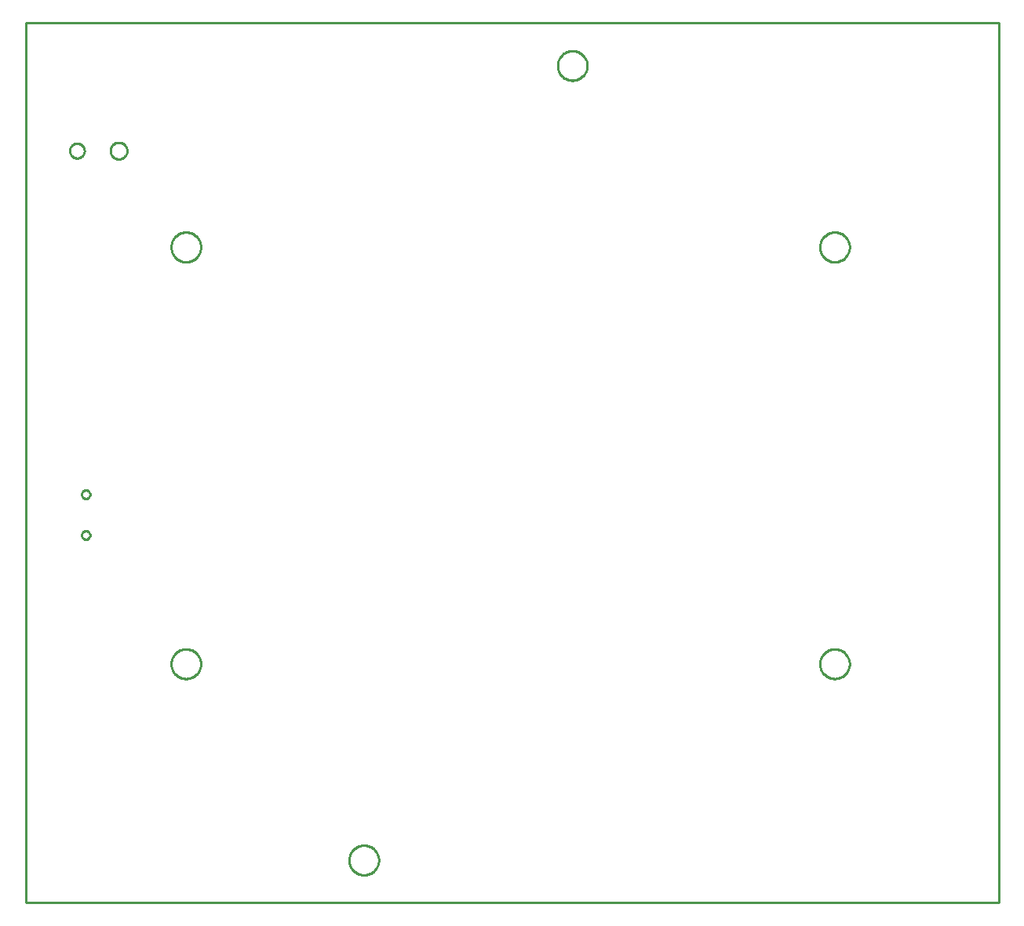
<source format=gko>
G04 EAGLE Gerber RS-274X export*
G75*
%MOMM*%
%FSLAX34Y34*%
%LPD*%
%INBoard Outline*%
%IPPOS*%
%AMOC8*
5,1,8,0,0,1.08239X$1,22.5*%
G01*
%ADD10C,0.000000*%
%ADD11C,0.254000*%


D10*
X0Y0D02*
X1050000Y0D01*
X1050000Y950000D01*
X0Y950000D01*
X0Y0D01*
X60500Y441000D02*
X60502Y441134D01*
X60508Y441268D01*
X60518Y441401D01*
X60532Y441535D01*
X60550Y441668D01*
X60572Y441800D01*
X60597Y441931D01*
X60627Y442062D01*
X60661Y442192D01*
X60698Y442320D01*
X60739Y442448D01*
X60784Y442574D01*
X60833Y442699D01*
X60885Y442822D01*
X60941Y442944D01*
X61001Y443064D01*
X61064Y443182D01*
X61131Y443298D01*
X61201Y443412D01*
X61275Y443524D01*
X61352Y443634D01*
X61432Y443742D01*
X61515Y443847D01*
X61601Y443949D01*
X61690Y444049D01*
X61783Y444146D01*
X61878Y444241D01*
X61976Y444332D01*
X62076Y444421D01*
X62179Y444506D01*
X62285Y444589D01*
X62393Y444668D01*
X62503Y444744D01*
X62616Y444817D01*
X62731Y444886D01*
X62847Y444952D01*
X62966Y445014D01*
X63086Y445073D01*
X63209Y445128D01*
X63332Y445180D01*
X63457Y445227D01*
X63584Y445271D01*
X63712Y445312D01*
X63841Y445348D01*
X63971Y445381D01*
X64102Y445409D01*
X64233Y445434D01*
X64366Y445455D01*
X64499Y445472D01*
X64632Y445485D01*
X64766Y445494D01*
X64900Y445499D01*
X65034Y445500D01*
X65167Y445497D01*
X65301Y445490D01*
X65435Y445479D01*
X65568Y445464D01*
X65701Y445445D01*
X65833Y445422D01*
X65964Y445396D01*
X66094Y445365D01*
X66224Y445330D01*
X66352Y445292D01*
X66479Y445250D01*
X66605Y445204D01*
X66730Y445154D01*
X66853Y445101D01*
X66974Y445044D01*
X67094Y444983D01*
X67211Y444919D01*
X67327Y444852D01*
X67441Y444781D01*
X67552Y444706D01*
X67661Y444629D01*
X67768Y444548D01*
X67873Y444464D01*
X67974Y444377D01*
X68074Y444287D01*
X68170Y444194D01*
X68264Y444098D01*
X68355Y443999D01*
X68442Y443898D01*
X68527Y443794D01*
X68609Y443688D01*
X68687Y443580D01*
X68762Y443469D01*
X68834Y443356D01*
X68903Y443240D01*
X68968Y443123D01*
X69029Y443004D01*
X69087Y442883D01*
X69141Y442761D01*
X69192Y442637D01*
X69239Y442511D01*
X69282Y442384D01*
X69321Y442256D01*
X69357Y442127D01*
X69388Y441997D01*
X69416Y441866D01*
X69440Y441734D01*
X69460Y441601D01*
X69476Y441468D01*
X69488Y441335D01*
X69496Y441201D01*
X69500Y441067D01*
X69500Y440933D01*
X69496Y440799D01*
X69488Y440665D01*
X69476Y440532D01*
X69460Y440399D01*
X69440Y440266D01*
X69416Y440134D01*
X69388Y440003D01*
X69357Y439873D01*
X69321Y439744D01*
X69282Y439616D01*
X69239Y439489D01*
X69192Y439363D01*
X69141Y439239D01*
X69087Y439117D01*
X69029Y438996D01*
X68968Y438877D01*
X68903Y438760D01*
X68834Y438644D01*
X68762Y438531D01*
X68687Y438420D01*
X68609Y438312D01*
X68527Y438206D01*
X68442Y438102D01*
X68355Y438001D01*
X68264Y437902D01*
X68170Y437806D01*
X68074Y437713D01*
X67974Y437623D01*
X67873Y437536D01*
X67768Y437452D01*
X67661Y437371D01*
X67552Y437294D01*
X67441Y437219D01*
X67327Y437148D01*
X67211Y437081D01*
X67094Y437017D01*
X66974Y436956D01*
X66853Y436899D01*
X66730Y436846D01*
X66605Y436796D01*
X66479Y436750D01*
X66352Y436708D01*
X66224Y436670D01*
X66094Y436635D01*
X65964Y436604D01*
X65833Y436578D01*
X65701Y436555D01*
X65568Y436536D01*
X65435Y436521D01*
X65301Y436510D01*
X65167Y436503D01*
X65034Y436500D01*
X64900Y436501D01*
X64766Y436506D01*
X64632Y436515D01*
X64499Y436528D01*
X64366Y436545D01*
X64233Y436566D01*
X64102Y436591D01*
X63971Y436619D01*
X63841Y436652D01*
X63712Y436688D01*
X63584Y436729D01*
X63457Y436773D01*
X63332Y436820D01*
X63209Y436872D01*
X63086Y436927D01*
X62966Y436986D01*
X62847Y437048D01*
X62731Y437114D01*
X62616Y437183D01*
X62503Y437256D01*
X62393Y437332D01*
X62285Y437411D01*
X62179Y437494D01*
X62076Y437579D01*
X61976Y437668D01*
X61878Y437759D01*
X61783Y437854D01*
X61690Y437951D01*
X61601Y438051D01*
X61515Y438153D01*
X61432Y438258D01*
X61352Y438366D01*
X61275Y438476D01*
X61201Y438588D01*
X61131Y438702D01*
X61064Y438818D01*
X61001Y438936D01*
X60941Y439056D01*
X60885Y439178D01*
X60833Y439301D01*
X60784Y439426D01*
X60739Y439552D01*
X60698Y439680D01*
X60661Y439808D01*
X60627Y439938D01*
X60597Y440069D01*
X60572Y440200D01*
X60550Y440332D01*
X60532Y440465D01*
X60518Y440599D01*
X60508Y440732D01*
X60502Y440866D01*
X60500Y441000D01*
X60500Y397000D02*
X60502Y397134D01*
X60508Y397268D01*
X60518Y397401D01*
X60532Y397535D01*
X60550Y397668D01*
X60572Y397800D01*
X60597Y397931D01*
X60627Y398062D01*
X60661Y398192D01*
X60698Y398320D01*
X60739Y398448D01*
X60784Y398574D01*
X60833Y398699D01*
X60885Y398822D01*
X60941Y398944D01*
X61001Y399064D01*
X61064Y399182D01*
X61131Y399298D01*
X61201Y399412D01*
X61275Y399524D01*
X61352Y399634D01*
X61432Y399742D01*
X61515Y399847D01*
X61601Y399949D01*
X61690Y400049D01*
X61783Y400146D01*
X61878Y400241D01*
X61976Y400332D01*
X62076Y400421D01*
X62179Y400506D01*
X62285Y400589D01*
X62393Y400668D01*
X62503Y400744D01*
X62616Y400817D01*
X62731Y400886D01*
X62847Y400952D01*
X62966Y401014D01*
X63086Y401073D01*
X63209Y401128D01*
X63332Y401180D01*
X63457Y401227D01*
X63584Y401271D01*
X63712Y401312D01*
X63841Y401348D01*
X63971Y401381D01*
X64102Y401409D01*
X64233Y401434D01*
X64366Y401455D01*
X64499Y401472D01*
X64632Y401485D01*
X64766Y401494D01*
X64900Y401499D01*
X65034Y401500D01*
X65167Y401497D01*
X65301Y401490D01*
X65435Y401479D01*
X65568Y401464D01*
X65701Y401445D01*
X65833Y401422D01*
X65964Y401396D01*
X66094Y401365D01*
X66224Y401330D01*
X66352Y401292D01*
X66479Y401250D01*
X66605Y401204D01*
X66730Y401154D01*
X66853Y401101D01*
X66974Y401044D01*
X67094Y400983D01*
X67211Y400919D01*
X67327Y400852D01*
X67441Y400781D01*
X67552Y400706D01*
X67661Y400629D01*
X67768Y400548D01*
X67873Y400464D01*
X67974Y400377D01*
X68074Y400287D01*
X68170Y400194D01*
X68264Y400098D01*
X68355Y399999D01*
X68442Y399898D01*
X68527Y399794D01*
X68609Y399688D01*
X68687Y399580D01*
X68762Y399469D01*
X68834Y399356D01*
X68903Y399240D01*
X68968Y399123D01*
X69029Y399004D01*
X69087Y398883D01*
X69141Y398761D01*
X69192Y398637D01*
X69239Y398511D01*
X69282Y398384D01*
X69321Y398256D01*
X69357Y398127D01*
X69388Y397997D01*
X69416Y397866D01*
X69440Y397734D01*
X69460Y397601D01*
X69476Y397468D01*
X69488Y397335D01*
X69496Y397201D01*
X69500Y397067D01*
X69500Y396933D01*
X69496Y396799D01*
X69488Y396665D01*
X69476Y396532D01*
X69460Y396399D01*
X69440Y396266D01*
X69416Y396134D01*
X69388Y396003D01*
X69357Y395873D01*
X69321Y395744D01*
X69282Y395616D01*
X69239Y395489D01*
X69192Y395363D01*
X69141Y395239D01*
X69087Y395117D01*
X69029Y394996D01*
X68968Y394877D01*
X68903Y394760D01*
X68834Y394644D01*
X68762Y394531D01*
X68687Y394420D01*
X68609Y394312D01*
X68527Y394206D01*
X68442Y394102D01*
X68355Y394001D01*
X68264Y393902D01*
X68170Y393806D01*
X68074Y393713D01*
X67974Y393623D01*
X67873Y393536D01*
X67768Y393452D01*
X67661Y393371D01*
X67552Y393294D01*
X67441Y393219D01*
X67327Y393148D01*
X67211Y393081D01*
X67094Y393017D01*
X66974Y392956D01*
X66853Y392899D01*
X66730Y392846D01*
X66605Y392796D01*
X66479Y392750D01*
X66352Y392708D01*
X66224Y392670D01*
X66094Y392635D01*
X65964Y392604D01*
X65833Y392578D01*
X65701Y392555D01*
X65568Y392536D01*
X65435Y392521D01*
X65301Y392510D01*
X65167Y392503D01*
X65034Y392500D01*
X64900Y392501D01*
X64766Y392506D01*
X64632Y392515D01*
X64499Y392528D01*
X64366Y392545D01*
X64233Y392566D01*
X64102Y392591D01*
X63971Y392619D01*
X63841Y392652D01*
X63712Y392688D01*
X63584Y392729D01*
X63457Y392773D01*
X63332Y392820D01*
X63209Y392872D01*
X63086Y392927D01*
X62966Y392986D01*
X62847Y393048D01*
X62731Y393114D01*
X62616Y393183D01*
X62503Y393256D01*
X62393Y393332D01*
X62285Y393411D01*
X62179Y393494D01*
X62076Y393579D01*
X61976Y393668D01*
X61878Y393759D01*
X61783Y393854D01*
X61690Y393951D01*
X61601Y394051D01*
X61515Y394153D01*
X61432Y394258D01*
X61352Y394366D01*
X61275Y394476D01*
X61201Y394588D01*
X61131Y394702D01*
X61064Y394818D01*
X61001Y394936D01*
X60941Y395056D01*
X60885Y395178D01*
X60833Y395301D01*
X60784Y395426D01*
X60739Y395552D01*
X60698Y395680D01*
X60661Y395808D01*
X60627Y395938D01*
X60597Y396069D01*
X60572Y396200D01*
X60550Y396332D01*
X60532Y396465D01*
X60518Y396599D01*
X60508Y396732D01*
X60502Y396866D01*
X60500Y397000D01*
X47500Y812000D02*
X47502Y812196D01*
X47510Y812393D01*
X47522Y812589D01*
X47539Y812784D01*
X47560Y812979D01*
X47587Y813174D01*
X47618Y813368D01*
X47654Y813561D01*
X47694Y813753D01*
X47740Y813944D01*
X47790Y814134D01*
X47844Y814322D01*
X47904Y814509D01*
X47968Y814695D01*
X48036Y814879D01*
X48109Y815061D01*
X48186Y815242D01*
X48268Y815420D01*
X48354Y815597D01*
X48445Y815771D01*
X48539Y815943D01*
X48638Y816113D01*
X48741Y816280D01*
X48848Y816445D01*
X48959Y816606D01*
X49074Y816766D01*
X49193Y816922D01*
X49316Y817075D01*
X49442Y817225D01*
X49572Y817372D01*
X49706Y817516D01*
X49843Y817657D01*
X49984Y817794D01*
X50128Y817928D01*
X50275Y818058D01*
X50425Y818184D01*
X50578Y818307D01*
X50734Y818426D01*
X50894Y818541D01*
X51055Y818652D01*
X51220Y818759D01*
X51387Y818862D01*
X51557Y818961D01*
X51729Y819055D01*
X51903Y819146D01*
X52080Y819232D01*
X52258Y819314D01*
X52439Y819391D01*
X52621Y819464D01*
X52805Y819532D01*
X52991Y819596D01*
X53178Y819656D01*
X53366Y819710D01*
X53556Y819760D01*
X53747Y819806D01*
X53939Y819846D01*
X54132Y819882D01*
X54326Y819913D01*
X54521Y819940D01*
X54716Y819961D01*
X54911Y819978D01*
X55107Y819990D01*
X55304Y819998D01*
X55500Y820000D01*
X55696Y819998D01*
X55893Y819990D01*
X56089Y819978D01*
X56284Y819961D01*
X56479Y819940D01*
X56674Y819913D01*
X56868Y819882D01*
X57061Y819846D01*
X57253Y819806D01*
X57444Y819760D01*
X57634Y819710D01*
X57822Y819656D01*
X58009Y819596D01*
X58195Y819532D01*
X58379Y819464D01*
X58561Y819391D01*
X58742Y819314D01*
X58920Y819232D01*
X59097Y819146D01*
X59271Y819055D01*
X59443Y818961D01*
X59613Y818862D01*
X59780Y818759D01*
X59945Y818652D01*
X60106Y818541D01*
X60266Y818426D01*
X60422Y818307D01*
X60575Y818184D01*
X60725Y818058D01*
X60872Y817928D01*
X61016Y817794D01*
X61157Y817657D01*
X61294Y817516D01*
X61428Y817372D01*
X61558Y817225D01*
X61684Y817075D01*
X61807Y816922D01*
X61926Y816766D01*
X62041Y816606D01*
X62152Y816445D01*
X62259Y816280D01*
X62362Y816113D01*
X62461Y815943D01*
X62555Y815771D01*
X62646Y815597D01*
X62732Y815420D01*
X62814Y815242D01*
X62891Y815061D01*
X62964Y814879D01*
X63032Y814695D01*
X63096Y814509D01*
X63156Y814322D01*
X63210Y814134D01*
X63260Y813944D01*
X63306Y813753D01*
X63346Y813561D01*
X63382Y813368D01*
X63413Y813174D01*
X63440Y812979D01*
X63461Y812784D01*
X63478Y812589D01*
X63490Y812393D01*
X63498Y812196D01*
X63500Y812000D01*
X63498Y811804D01*
X63490Y811607D01*
X63478Y811411D01*
X63461Y811216D01*
X63440Y811021D01*
X63413Y810826D01*
X63382Y810632D01*
X63346Y810439D01*
X63306Y810247D01*
X63260Y810056D01*
X63210Y809866D01*
X63156Y809678D01*
X63096Y809491D01*
X63032Y809305D01*
X62964Y809121D01*
X62891Y808939D01*
X62814Y808758D01*
X62732Y808580D01*
X62646Y808403D01*
X62555Y808229D01*
X62461Y808057D01*
X62362Y807887D01*
X62259Y807720D01*
X62152Y807555D01*
X62041Y807394D01*
X61926Y807234D01*
X61807Y807078D01*
X61684Y806925D01*
X61558Y806775D01*
X61428Y806628D01*
X61294Y806484D01*
X61157Y806343D01*
X61016Y806206D01*
X60872Y806072D01*
X60725Y805942D01*
X60575Y805816D01*
X60422Y805693D01*
X60266Y805574D01*
X60106Y805459D01*
X59945Y805348D01*
X59780Y805241D01*
X59613Y805138D01*
X59443Y805039D01*
X59271Y804945D01*
X59097Y804854D01*
X58920Y804768D01*
X58742Y804686D01*
X58561Y804609D01*
X58379Y804536D01*
X58195Y804468D01*
X58009Y804404D01*
X57822Y804344D01*
X57634Y804290D01*
X57444Y804240D01*
X57253Y804194D01*
X57061Y804154D01*
X56868Y804118D01*
X56674Y804087D01*
X56479Y804060D01*
X56284Y804039D01*
X56089Y804022D01*
X55893Y804010D01*
X55696Y804002D01*
X55500Y804000D01*
X55304Y804002D01*
X55107Y804010D01*
X54911Y804022D01*
X54716Y804039D01*
X54521Y804060D01*
X54326Y804087D01*
X54132Y804118D01*
X53939Y804154D01*
X53747Y804194D01*
X53556Y804240D01*
X53366Y804290D01*
X53178Y804344D01*
X52991Y804404D01*
X52805Y804468D01*
X52621Y804536D01*
X52439Y804609D01*
X52258Y804686D01*
X52080Y804768D01*
X51903Y804854D01*
X51729Y804945D01*
X51557Y805039D01*
X51387Y805138D01*
X51220Y805241D01*
X51055Y805348D01*
X50894Y805459D01*
X50734Y805574D01*
X50578Y805693D01*
X50425Y805816D01*
X50275Y805942D01*
X50128Y806072D01*
X49984Y806206D01*
X49843Y806343D01*
X49706Y806484D01*
X49572Y806628D01*
X49442Y806775D01*
X49316Y806925D01*
X49193Y807078D01*
X49074Y807234D01*
X48959Y807394D01*
X48848Y807555D01*
X48741Y807720D01*
X48638Y807887D01*
X48539Y808057D01*
X48445Y808229D01*
X48354Y808403D01*
X48268Y808580D01*
X48186Y808758D01*
X48109Y808939D01*
X48036Y809121D01*
X47968Y809305D01*
X47904Y809491D01*
X47844Y809678D01*
X47790Y809866D01*
X47740Y810056D01*
X47694Y810247D01*
X47654Y810439D01*
X47618Y810632D01*
X47587Y810826D01*
X47560Y811021D01*
X47539Y811216D01*
X47522Y811411D01*
X47510Y811607D01*
X47502Y811804D01*
X47500Y812000D01*
X91500Y812000D02*
X91503Y812221D01*
X91511Y812442D01*
X91524Y812662D01*
X91543Y812882D01*
X91568Y813102D01*
X91597Y813321D01*
X91633Y813539D01*
X91673Y813756D01*
X91719Y813972D01*
X91770Y814187D01*
X91826Y814400D01*
X91888Y814613D01*
X91954Y814823D01*
X92026Y815032D01*
X92103Y815239D01*
X92185Y815444D01*
X92272Y815647D01*
X92364Y815848D01*
X92461Y816047D01*
X92563Y816243D01*
X92669Y816436D01*
X92780Y816627D01*
X92896Y816815D01*
X93017Y817000D01*
X93142Y817182D01*
X93271Y817361D01*
X93405Y817537D01*
X93543Y817710D01*
X93685Y817879D01*
X93831Y818044D01*
X93982Y818206D01*
X94136Y818364D01*
X94294Y818518D01*
X94456Y818669D01*
X94621Y818815D01*
X94790Y818957D01*
X94963Y819095D01*
X95139Y819229D01*
X95318Y819358D01*
X95500Y819483D01*
X95685Y819604D01*
X95873Y819720D01*
X96064Y819831D01*
X96257Y819937D01*
X96453Y820039D01*
X96652Y820136D01*
X96853Y820228D01*
X97056Y820315D01*
X97261Y820397D01*
X97468Y820474D01*
X97677Y820546D01*
X97887Y820612D01*
X98100Y820674D01*
X98313Y820730D01*
X98528Y820781D01*
X98744Y820827D01*
X98961Y820867D01*
X99179Y820903D01*
X99398Y820932D01*
X99618Y820957D01*
X99838Y820976D01*
X100058Y820989D01*
X100279Y820997D01*
X100500Y821000D01*
X100721Y820997D01*
X100942Y820989D01*
X101162Y820976D01*
X101382Y820957D01*
X101602Y820932D01*
X101821Y820903D01*
X102039Y820867D01*
X102256Y820827D01*
X102472Y820781D01*
X102687Y820730D01*
X102900Y820674D01*
X103113Y820612D01*
X103323Y820546D01*
X103532Y820474D01*
X103739Y820397D01*
X103944Y820315D01*
X104147Y820228D01*
X104348Y820136D01*
X104547Y820039D01*
X104743Y819937D01*
X104936Y819831D01*
X105127Y819720D01*
X105315Y819604D01*
X105500Y819483D01*
X105682Y819358D01*
X105861Y819229D01*
X106037Y819095D01*
X106210Y818957D01*
X106379Y818815D01*
X106544Y818669D01*
X106706Y818518D01*
X106864Y818364D01*
X107018Y818206D01*
X107169Y818044D01*
X107315Y817879D01*
X107457Y817710D01*
X107595Y817537D01*
X107729Y817361D01*
X107858Y817182D01*
X107983Y817000D01*
X108104Y816815D01*
X108220Y816627D01*
X108331Y816436D01*
X108437Y816243D01*
X108539Y816047D01*
X108636Y815848D01*
X108728Y815647D01*
X108815Y815444D01*
X108897Y815239D01*
X108974Y815032D01*
X109046Y814823D01*
X109112Y814613D01*
X109174Y814400D01*
X109230Y814187D01*
X109281Y813972D01*
X109327Y813756D01*
X109367Y813539D01*
X109403Y813321D01*
X109432Y813102D01*
X109457Y812882D01*
X109476Y812662D01*
X109489Y812442D01*
X109497Y812221D01*
X109500Y812000D01*
X109497Y811779D01*
X109489Y811558D01*
X109476Y811338D01*
X109457Y811118D01*
X109432Y810898D01*
X109403Y810679D01*
X109367Y810461D01*
X109327Y810244D01*
X109281Y810028D01*
X109230Y809813D01*
X109174Y809600D01*
X109112Y809387D01*
X109046Y809177D01*
X108974Y808968D01*
X108897Y808761D01*
X108815Y808556D01*
X108728Y808353D01*
X108636Y808152D01*
X108539Y807953D01*
X108437Y807757D01*
X108331Y807564D01*
X108220Y807373D01*
X108104Y807185D01*
X107983Y807000D01*
X107858Y806818D01*
X107729Y806639D01*
X107595Y806463D01*
X107457Y806290D01*
X107315Y806121D01*
X107169Y805956D01*
X107018Y805794D01*
X106864Y805636D01*
X106706Y805482D01*
X106544Y805331D01*
X106379Y805185D01*
X106210Y805043D01*
X106037Y804905D01*
X105861Y804771D01*
X105682Y804642D01*
X105500Y804517D01*
X105315Y804396D01*
X105127Y804280D01*
X104936Y804169D01*
X104743Y804063D01*
X104547Y803961D01*
X104348Y803864D01*
X104147Y803772D01*
X103944Y803685D01*
X103739Y803603D01*
X103532Y803526D01*
X103323Y803454D01*
X103113Y803388D01*
X102900Y803326D01*
X102687Y803270D01*
X102472Y803219D01*
X102256Y803173D01*
X102039Y803133D01*
X101821Y803097D01*
X101602Y803068D01*
X101382Y803043D01*
X101162Y803024D01*
X100942Y803011D01*
X100721Y803003D01*
X100500Y803000D01*
X100279Y803003D01*
X100058Y803011D01*
X99838Y803024D01*
X99618Y803043D01*
X99398Y803068D01*
X99179Y803097D01*
X98961Y803133D01*
X98744Y803173D01*
X98528Y803219D01*
X98313Y803270D01*
X98100Y803326D01*
X97887Y803388D01*
X97677Y803454D01*
X97468Y803526D01*
X97261Y803603D01*
X97056Y803685D01*
X96853Y803772D01*
X96652Y803864D01*
X96453Y803961D01*
X96257Y804063D01*
X96064Y804169D01*
X95873Y804280D01*
X95685Y804396D01*
X95500Y804517D01*
X95318Y804642D01*
X95139Y804771D01*
X94963Y804905D01*
X94790Y805043D01*
X94621Y805185D01*
X94456Y805331D01*
X94294Y805482D01*
X94136Y805636D01*
X93982Y805794D01*
X93831Y805956D01*
X93685Y806121D01*
X93543Y806290D01*
X93405Y806463D01*
X93271Y806639D01*
X93142Y806818D01*
X93017Y807000D01*
X92896Y807185D01*
X92780Y807373D01*
X92669Y807564D01*
X92563Y807757D01*
X92461Y807953D01*
X92364Y808152D01*
X92272Y808353D01*
X92185Y808556D01*
X92103Y808761D01*
X92026Y808968D01*
X91954Y809177D01*
X91888Y809387D01*
X91826Y809600D01*
X91770Y809813D01*
X91719Y810028D01*
X91673Y810244D01*
X91633Y810461D01*
X91597Y810679D01*
X91568Y810898D01*
X91543Y811118D01*
X91524Y811338D01*
X91511Y811558D01*
X91503Y811779D01*
X91500Y812000D01*
X157000Y708000D02*
X157005Y708393D01*
X157019Y708785D01*
X157043Y709177D01*
X157077Y709568D01*
X157120Y709959D01*
X157173Y710348D01*
X157236Y710735D01*
X157307Y711121D01*
X157389Y711506D01*
X157479Y711888D01*
X157580Y712267D01*
X157689Y712645D01*
X157808Y713019D01*
X157935Y713390D01*
X158072Y713758D01*
X158218Y714123D01*
X158373Y714484D01*
X158536Y714841D01*
X158708Y715194D01*
X158889Y715542D01*
X159079Y715886D01*
X159276Y716226D01*
X159482Y716560D01*
X159696Y716889D01*
X159919Y717213D01*
X160149Y717531D01*
X160386Y717844D01*
X160632Y718150D01*
X160885Y718451D01*
X161145Y718745D01*
X161412Y719033D01*
X161686Y719314D01*
X161967Y719588D01*
X162255Y719855D01*
X162549Y720115D01*
X162850Y720368D01*
X163156Y720614D01*
X163469Y720851D01*
X163787Y721081D01*
X164111Y721304D01*
X164440Y721518D01*
X164774Y721724D01*
X165114Y721921D01*
X165458Y722111D01*
X165806Y722292D01*
X166159Y722464D01*
X166516Y722627D01*
X166877Y722782D01*
X167242Y722928D01*
X167610Y723065D01*
X167981Y723192D01*
X168355Y723311D01*
X168733Y723420D01*
X169112Y723521D01*
X169494Y723611D01*
X169879Y723693D01*
X170265Y723764D01*
X170652Y723827D01*
X171041Y723880D01*
X171432Y723923D01*
X171823Y723957D01*
X172215Y723981D01*
X172607Y723995D01*
X173000Y724000D01*
X173393Y723995D01*
X173785Y723981D01*
X174177Y723957D01*
X174568Y723923D01*
X174959Y723880D01*
X175348Y723827D01*
X175735Y723764D01*
X176121Y723693D01*
X176506Y723611D01*
X176888Y723521D01*
X177267Y723420D01*
X177645Y723311D01*
X178019Y723192D01*
X178390Y723065D01*
X178758Y722928D01*
X179123Y722782D01*
X179484Y722627D01*
X179841Y722464D01*
X180194Y722292D01*
X180542Y722111D01*
X180886Y721921D01*
X181226Y721724D01*
X181560Y721518D01*
X181889Y721304D01*
X182213Y721081D01*
X182531Y720851D01*
X182844Y720614D01*
X183150Y720368D01*
X183451Y720115D01*
X183745Y719855D01*
X184033Y719588D01*
X184314Y719314D01*
X184588Y719033D01*
X184855Y718745D01*
X185115Y718451D01*
X185368Y718150D01*
X185614Y717844D01*
X185851Y717531D01*
X186081Y717213D01*
X186304Y716889D01*
X186518Y716560D01*
X186724Y716226D01*
X186921Y715886D01*
X187111Y715542D01*
X187292Y715194D01*
X187464Y714841D01*
X187627Y714484D01*
X187782Y714123D01*
X187928Y713758D01*
X188065Y713390D01*
X188192Y713019D01*
X188311Y712645D01*
X188420Y712267D01*
X188521Y711888D01*
X188611Y711506D01*
X188693Y711121D01*
X188764Y710735D01*
X188827Y710348D01*
X188880Y709959D01*
X188923Y709568D01*
X188957Y709177D01*
X188981Y708785D01*
X188995Y708393D01*
X189000Y708000D01*
X188995Y707607D01*
X188981Y707215D01*
X188957Y706823D01*
X188923Y706432D01*
X188880Y706041D01*
X188827Y705652D01*
X188764Y705265D01*
X188693Y704879D01*
X188611Y704494D01*
X188521Y704112D01*
X188420Y703733D01*
X188311Y703355D01*
X188192Y702981D01*
X188065Y702610D01*
X187928Y702242D01*
X187782Y701877D01*
X187627Y701516D01*
X187464Y701159D01*
X187292Y700806D01*
X187111Y700458D01*
X186921Y700114D01*
X186724Y699774D01*
X186518Y699440D01*
X186304Y699111D01*
X186081Y698787D01*
X185851Y698469D01*
X185614Y698156D01*
X185368Y697850D01*
X185115Y697549D01*
X184855Y697255D01*
X184588Y696967D01*
X184314Y696686D01*
X184033Y696412D01*
X183745Y696145D01*
X183451Y695885D01*
X183150Y695632D01*
X182844Y695386D01*
X182531Y695149D01*
X182213Y694919D01*
X181889Y694696D01*
X181560Y694482D01*
X181226Y694276D01*
X180886Y694079D01*
X180542Y693889D01*
X180194Y693708D01*
X179841Y693536D01*
X179484Y693373D01*
X179123Y693218D01*
X178758Y693072D01*
X178390Y692935D01*
X178019Y692808D01*
X177645Y692689D01*
X177267Y692580D01*
X176888Y692479D01*
X176506Y692389D01*
X176121Y692307D01*
X175735Y692236D01*
X175348Y692173D01*
X174959Y692120D01*
X174568Y692077D01*
X174177Y692043D01*
X173785Y692019D01*
X173393Y692005D01*
X173000Y692000D01*
X172607Y692005D01*
X172215Y692019D01*
X171823Y692043D01*
X171432Y692077D01*
X171041Y692120D01*
X170652Y692173D01*
X170265Y692236D01*
X169879Y692307D01*
X169494Y692389D01*
X169112Y692479D01*
X168733Y692580D01*
X168355Y692689D01*
X167981Y692808D01*
X167610Y692935D01*
X167242Y693072D01*
X166877Y693218D01*
X166516Y693373D01*
X166159Y693536D01*
X165806Y693708D01*
X165458Y693889D01*
X165114Y694079D01*
X164774Y694276D01*
X164440Y694482D01*
X164111Y694696D01*
X163787Y694919D01*
X163469Y695149D01*
X163156Y695386D01*
X162850Y695632D01*
X162549Y695885D01*
X162255Y696145D01*
X161967Y696412D01*
X161686Y696686D01*
X161412Y696967D01*
X161145Y697255D01*
X160885Y697549D01*
X160632Y697850D01*
X160386Y698156D01*
X160149Y698469D01*
X159919Y698787D01*
X159696Y699111D01*
X159482Y699440D01*
X159276Y699774D01*
X159079Y700114D01*
X158889Y700458D01*
X158708Y700806D01*
X158536Y701159D01*
X158373Y701516D01*
X158218Y701877D01*
X158072Y702242D01*
X157935Y702610D01*
X157808Y702981D01*
X157689Y703355D01*
X157580Y703733D01*
X157479Y704112D01*
X157389Y704494D01*
X157307Y704879D01*
X157236Y705265D01*
X157173Y705652D01*
X157120Y706041D01*
X157077Y706432D01*
X157043Y706823D01*
X157019Y707215D01*
X157005Y707607D01*
X157000Y708000D01*
X157000Y258000D02*
X157005Y258393D01*
X157019Y258785D01*
X157043Y259177D01*
X157077Y259568D01*
X157120Y259959D01*
X157173Y260348D01*
X157236Y260735D01*
X157307Y261121D01*
X157389Y261506D01*
X157479Y261888D01*
X157580Y262267D01*
X157689Y262645D01*
X157808Y263019D01*
X157935Y263390D01*
X158072Y263758D01*
X158218Y264123D01*
X158373Y264484D01*
X158536Y264841D01*
X158708Y265194D01*
X158889Y265542D01*
X159079Y265886D01*
X159276Y266226D01*
X159482Y266560D01*
X159696Y266889D01*
X159919Y267213D01*
X160149Y267531D01*
X160386Y267844D01*
X160632Y268150D01*
X160885Y268451D01*
X161145Y268745D01*
X161412Y269033D01*
X161686Y269314D01*
X161967Y269588D01*
X162255Y269855D01*
X162549Y270115D01*
X162850Y270368D01*
X163156Y270614D01*
X163469Y270851D01*
X163787Y271081D01*
X164111Y271304D01*
X164440Y271518D01*
X164774Y271724D01*
X165114Y271921D01*
X165458Y272111D01*
X165806Y272292D01*
X166159Y272464D01*
X166516Y272627D01*
X166877Y272782D01*
X167242Y272928D01*
X167610Y273065D01*
X167981Y273192D01*
X168355Y273311D01*
X168733Y273420D01*
X169112Y273521D01*
X169494Y273611D01*
X169879Y273693D01*
X170265Y273764D01*
X170652Y273827D01*
X171041Y273880D01*
X171432Y273923D01*
X171823Y273957D01*
X172215Y273981D01*
X172607Y273995D01*
X173000Y274000D01*
X173393Y273995D01*
X173785Y273981D01*
X174177Y273957D01*
X174568Y273923D01*
X174959Y273880D01*
X175348Y273827D01*
X175735Y273764D01*
X176121Y273693D01*
X176506Y273611D01*
X176888Y273521D01*
X177267Y273420D01*
X177645Y273311D01*
X178019Y273192D01*
X178390Y273065D01*
X178758Y272928D01*
X179123Y272782D01*
X179484Y272627D01*
X179841Y272464D01*
X180194Y272292D01*
X180542Y272111D01*
X180886Y271921D01*
X181226Y271724D01*
X181560Y271518D01*
X181889Y271304D01*
X182213Y271081D01*
X182531Y270851D01*
X182844Y270614D01*
X183150Y270368D01*
X183451Y270115D01*
X183745Y269855D01*
X184033Y269588D01*
X184314Y269314D01*
X184588Y269033D01*
X184855Y268745D01*
X185115Y268451D01*
X185368Y268150D01*
X185614Y267844D01*
X185851Y267531D01*
X186081Y267213D01*
X186304Y266889D01*
X186518Y266560D01*
X186724Y266226D01*
X186921Y265886D01*
X187111Y265542D01*
X187292Y265194D01*
X187464Y264841D01*
X187627Y264484D01*
X187782Y264123D01*
X187928Y263758D01*
X188065Y263390D01*
X188192Y263019D01*
X188311Y262645D01*
X188420Y262267D01*
X188521Y261888D01*
X188611Y261506D01*
X188693Y261121D01*
X188764Y260735D01*
X188827Y260348D01*
X188880Y259959D01*
X188923Y259568D01*
X188957Y259177D01*
X188981Y258785D01*
X188995Y258393D01*
X189000Y258000D01*
X188995Y257607D01*
X188981Y257215D01*
X188957Y256823D01*
X188923Y256432D01*
X188880Y256041D01*
X188827Y255652D01*
X188764Y255265D01*
X188693Y254879D01*
X188611Y254494D01*
X188521Y254112D01*
X188420Y253733D01*
X188311Y253355D01*
X188192Y252981D01*
X188065Y252610D01*
X187928Y252242D01*
X187782Y251877D01*
X187627Y251516D01*
X187464Y251159D01*
X187292Y250806D01*
X187111Y250458D01*
X186921Y250114D01*
X186724Y249774D01*
X186518Y249440D01*
X186304Y249111D01*
X186081Y248787D01*
X185851Y248469D01*
X185614Y248156D01*
X185368Y247850D01*
X185115Y247549D01*
X184855Y247255D01*
X184588Y246967D01*
X184314Y246686D01*
X184033Y246412D01*
X183745Y246145D01*
X183451Y245885D01*
X183150Y245632D01*
X182844Y245386D01*
X182531Y245149D01*
X182213Y244919D01*
X181889Y244696D01*
X181560Y244482D01*
X181226Y244276D01*
X180886Y244079D01*
X180542Y243889D01*
X180194Y243708D01*
X179841Y243536D01*
X179484Y243373D01*
X179123Y243218D01*
X178758Y243072D01*
X178390Y242935D01*
X178019Y242808D01*
X177645Y242689D01*
X177267Y242580D01*
X176888Y242479D01*
X176506Y242389D01*
X176121Y242307D01*
X175735Y242236D01*
X175348Y242173D01*
X174959Y242120D01*
X174568Y242077D01*
X174177Y242043D01*
X173785Y242019D01*
X173393Y242005D01*
X173000Y242000D01*
X172607Y242005D01*
X172215Y242019D01*
X171823Y242043D01*
X171432Y242077D01*
X171041Y242120D01*
X170652Y242173D01*
X170265Y242236D01*
X169879Y242307D01*
X169494Y242389D01*
X169112Y242479D01*
X168733Y242580D01*
X168355Y242689D01*
X167981Y242808D01*
X167610Y242935D01*
X167242Y243072D01*
X166877Y243218D01*
X166516Y243373D01*
X166159Y243536D01*
X165806Y243708D01*
X165458Y243889D01*
X165114Y244079D01*
X164774Y244276D01*
X164440Y244482D01*
X164111Y244696D01*
X163787Y244919D01*
X163469Y245149D01*
X163156Y245386D01*
X162850Y245632D01*
X162549Y245885D01*
X162255Y246145D01*
X161967Y246412D01*
X161686Y246686D01*
X161412Y246967D01*
X161145Y247255D01*
X160885Y247549D01*
X160632Y247850D01*
X160386Y248156D01*
X160149Y248469D01*
X159919Y248787D01*
X159696Y249111D01*
X159482Y249440D01*
X159276Y249774D01*
X159079Y250114D01*
X158889Y250458D01*
X158708Y250806D01*
X158536Y251159D01*
X158373Y251516D01*
X158218Y251877D01*
X158072Y252242D01*
X157935Y252610D01*
X157808Y252981D01*
X157689Y253355D01*
X157580Y253733D01*
X157479Y254112D01*
X157389Y254494D01*
X157307Y254879D01*
X157236Y255265D01*
X157173Y255652D01*
X157120Y256041D01*
X157077Y256432D01*
X157043Y256823D01*
X157019Y257215D01*
X157005Y257607D01*
X157000Y258000D01*
X857000Y258000D02*
X857005Y258393D01*
X857019Y258785D01*
X857043Y259177D01*
X857077Y259568D01*
X857120Y259959D01*
X857173Y260348D01*
X857236Y260735D01*
X857307Y261121D01*
X857389Y261506D01*
X857479Y261888D01*
X857580Y262267D01*
X857689Y262645D01*
X857808Y263019D01*
X857935Y263390D01*
X858072Y263758D01*
X858218Y264123D01*
X858373Y264484D01*
X858536Y264841D01*
X858708Y265194D01*
X858889Y265542D01*
X859079Y265886D01*
X859276Y266226D01*
X859482Y266560D01*
X859696Y266889D01*
X859919Y267213D01*
X860149Y267531D01*
X860386Y267844D01*
X860632Y268150D01*
X860885Y268451D01*
X861145Y268745D01*
X861412Y269033D01*
X861686Y269314D01*
X861967Y269588D01*
X862255Y269855D01*
X862549Y270115D01*
X862850Y270368D01*
X863156Y270614D01*
X863469Y270851D01*
X863787Y271081D01*
X864111Y271304D01*
X864440Y271518D01*
X864774Y271724D01*
X865114Y271921D01*
X865458Y272111D01*
X865806Y272292D01*
X866159Y272464D01*
X866516Y272627D01*
X866877Y272782D01*
X867242Y272928D01*
X867610Y273065D01*
X867981Y273192D01*
X868355Y273311D01*
X868733Y273420D01*
X869112Y273521D01*
X869494Y273611D01*
X869879Y273693D01*
X870265Y273764D01*
X870652Y273827D01*
X871041Y273880D01*
X871432Y273923D01*
X871823Y273957D01*
X872215Y273981D01*
X872607Y273995D01*
X873000Y274000D01*
X873393Y273995D01*
X873785Y273981D01*
X874177Y273957D01*
X874568Y273923D01*
X874959Y273880D01*
X875348Y273827D01*
X875735Y273764D01*
X876121Y273693D01*
X876506Y273611D01*
X876888Y273521D01*
X877267Y273420D01*
X877645Y273311D01*
X878019Y273192D01*
X878390Y273065D01*
X878758Y272928D01*
X879123Y272782D01*
X879484Y272627D01*
X879841Y272464D01*
X880194Y272292D01*
X880542Y272111D01*
X880886Y271921D01*
X881226Y271724D01*
X881560Y271518D01*
X881889Y271304D01*
X882213Y271081D01*
X882531Y270851D01*
X882844Y270614D01*
X883150Y270368D01*
X883451Y270115D01*
X883745Y269855D01*
X884033Y269588D01*
X884314Y269314D01*
X884588Y269033D01*
X884855Y268745D01*
X885115Y268451D01*
X885368Y268150D01*
X885614Y267844D01*
X885851Y267531D01*
X886081Y267213D01*
X886304Y266889D01*
X886518Y266560D01*
X886724Y266226D01*
X886921Y265886D01*
X887111Y265542D01*
X887292Y265194D01*
X887464Y264841D01*
X887627Y264484D01*
X887782Y264123D01*
X887928Y263758D01*
X888065Y263390D01*
X888192Y263019D01*
X888311Y262645D01*
X888420Y262267D01*
X888521Y261888D01*
X888611Y261506D01*
X888693Y261121D01*
X888764Y260735D01*
X888827Y260348D01*
X888880Y259959D01*
X888923Y259568D01*
X888957Y259177D01*
X888981Y258785D01*
X888995Y258393D01*
X889000Y258000D01*
X888995Y257607D01*
X888981Y257215D01*
X888957Y256823D01*
X888923Y256432D01*
X888880Y256041D01*
X888827Y255652D01*
X888764Y255265D01*
X888693Y254879D01*
X888611Y254494D01*
X888521Y254112D01*
X888420Y253733D01*
X888311Y253355D01*
X888192Y252981D01*
X888065Y252610D01*
X887928Y252242D01*
X887782Y251877D01*
X887627Y251516D01*
X887464Y251159D01*
X887292Y250806D01*
X887111Y250458D01*
X886921Y250114D01*
X886724Y249774D01*
X886518Y249440D01*
X886304Y249111D01*
X886081Y248787D01*
X885851Y248469D01*
X885614Y248156D01*
X885368Y247850D01*
X885115Y247549D01*
X884855Y247255D01*
X884588Y246967D01*
X884314Y246686D01*
X884033Y246412D01*
X883745Y246145D01*
X883451Y245885D01*
X883150Y245632D01*
X882844Y245386D01*
X882531Y245149D01*
X882213Y244919D01*
X881889Y244696D01*
X881560Y244482D01*
X881226Y244276D01*
X880886Y244079D01*
X880542Y243889D01*
X880194Y243708D01*
X879841Y243536D01*
X879484Y243373D01*
X879123Y243218D01*
X878758Y243072D01*
X878390Y242935D01*
X878019Y242808D01*
X877645Y242689D01*
X877267Y242580D01*
X876888Y242479D01*
X876506Y242389D01*
X876121Y242307D01*
X875735Y242236D01*
X875348Y242173D01*
X874959Y242120D01*
X874568Y242077D01*
X874177Y242043D01*
X873785Y242019D01*
X873393Y242005D01*
X873000Y242000D01*
X872607Y242005D01*
X872215Y242019D01*
X871823Y242043D01*
X871432Y242077D01*
X871041Y242120D01*
X870652Y242173D01*
X870265Y242236D01*
X869879Y242307D01*
X869494Y242389D01*
X869112Y242479D01*
X868733Y242580D01*
X868355Y242689D01*
X867981Y242808D01*
X867610Y242935D01*
X867242Y243072D01*
X866877Y243218D01*
X866516Y243373D01*
X866159Y243536D01*
X865806Y243708D01*
X865458Y243889D01*
X865114Y244079D01*
X864774Y244276D01*
X864440Y244482D01*
X864111Y244696D01*
X863787Y244919D01*
X863469Y245149D01*
X863156Y245386D01*
X862850Y245632D01*
X862549Y245885D01*
X862255Y246145D01*
X861967Y246412D01*
X861686Y246686D01*
X861412Y246967D01*
X861145Y247255D01*
X860885Y247549D01*
X860632Y247850D01*
X860386Y248156D01*
X860149Y248469D01*
X859919Y248787D01*
X859696Y249111D01*
X859482Y249440D01*
X859276Y249774D01*
X859079Y250114D01*
X858889Y250458D01*
X858708Y250806D01*
X858536Y251159D01*
X858373Y251516D01*
X858218Y251877D01*
X858072Y252242D01*
X857935Y252610D01*
X857808Y252981D01*
X857689Y253355D01*
X857580Y253733D01*
X857479Y254112D01*
X857389Y254494D01*
X857307Y254879D01*
X857236Y255265D01*
X857173Y255652D01*
X857120Y256041D01*
X857077Y256432D01*
X857043Y256823D01*
X857019Y257215D01*
X857005Y257607D01*
X857000Y258000D01*
X857000Y708000D02*
X857005Y708393D01*
X857019Y708785D01*
X857043Y709177D01*
X857077Y709568D01*
X857120Y709959D01*
X857173Y710348D01*
X857236Y710735D01*
X857307Y711121D01*
X857389Y711506D01*
X857479Y711888D01*
X857580Y712267D01*
X857689Y712645D01*
X857808Y713019D01*
X857935Y713390D01*
X858072Y713758D01*
X858218Y714123D01*
X858373Y714484D01*
X858536Y714841D01*
X858708Y715194D01*
X858889Y715542D01*
X859079Y715886D01*
X859276Y716226D01*
X859482Y716560D01*
X859696Y716889D01*
X859919Y717213D01*
X860149Y717531D01*
X860386Y717844D01*
X860632Y718150D01*
X860885Y718451D01*
X861145Y718745D01*
X861412Y719033D01*
X861686Y719314D01*
X861967Y719588D01*
X862255Y719855D01*
X862549Y720115D01*
X862850Y720368D01*
X863156Y720614D01*
X863469Y720851D01*
X863787Y721081D01*
X864111Y721304D01*
X864440Y721518D01*
X864774Y721724D01*
X865114Y721921D01*
X865458Y722111D01*
X865806Y722292D01*
X866159Y722464D01*
X866516Y722627D01*
X866877Y722782D01*
X867242Y722928D01*
X867610Y723065D01*
X867981Y723192D01*
X868355Y723311D01*
X868733Y723420D01*
X869112Y723521D01*
X869494Y723611D01*
X869879Y723693D01*
X870265Y723764D01*
X870652Y723827D01*
X871041Y723880D01*
X871432Y723923D01*
X871823Y723957D01*
X872215Y723981D01*
X872607Y723995D01*
X873000Y724000D01*
X873393Y723995D01*
X873785Y723981D01*
X874177Y723957D01*
X874568Y723923D01*
X874959Y723880D01*
X875348Y723827D01*
X875735Y723764D01*
X876121Y723693D01*
X876506Y723611D01*
X876888Y723521D01*
X877267Y723420D01*
X877645Y723311D01*
X878019Y723192D01*
X878390Y723065D01*
X878758Y722928D01*
X879123Y722782D01*
X879484Y722627D01*
X879841Y722464D01*
X880194Y722292D01*
X880542Y722111D01*
X880886Y721921D01*
X881226Y721724D01*
X881560Y721518D01*
X881889Y721304D01*
X882213Y721081D01*
X882531Y720851D01*
X882844Y720614D01*
X883150Y720368D01*
X883451Y720115D01*
X883745Y719855D01*
X884033Y719588D01*
X884314Y719314D01*
X884588Y719033D01*
X884855Y718745D01*
X885115Y718451D01*
X885368Y718150D01*
X885614Y717844D01*
X885851Y717531D01*
X886081Y717213D01*
X886304Y716889D01*
X886518Y716560D01*
X886724Y716226D01*
X886921Y715886D01*
X887111Y715542D01*
X887292Y715194D01*
X887464Y714841D01*
X887627Y714484D01*
X887782Y714123D01*
X887928Y713758D01*
X888065Y713390D01*
X888192Y713019D01*
X888311Y712645D01*
X888420Y712267D01*
X888521Y711888D01*
X888611Y711506D01*
X888693Y711121D01*
X888764Y710735D01*
X888827Y710348D01*
X888880Y709959D01*
X888923Y709568D01*
X888957Y709177D01*
X888981Y708785D01*
X888995Y708393D01*
X889000Y708000D01*
X888995Y707607D01*
X888981Y707215D01*
X888957Y706823D01*
X888923Y706432D01*
X888880Y706041D01*
X888827Y705652D01*
X888764Y705265D01*
X888693Y704879D01*
X888611Y704494D01*
X888521Y704112D01*
X888420Y703733D01*
X888311Y703355D01*
X888192Y702981D01*
X888065Y702610D01*
X887928Y702242D01*
X887782Y701877D01*
X887627Y701516D01*
X887464Y701159D01*
X887292Y700806D01*
X887111Y700458D01*
X886921Y700114D01*
X886724Y699774D01*
X886518Y699440D01*
X886304Y699111D01*
X886081Y698787D01*
X885851Y698469D01*
X885614Y698156D01*
X885368Y697850D01*
X885115Y697549D01*
X884855Y697255D01*
X884588Y696967D01*
X884314Y696686D01*
X884033Y696412D01*
X883745Y696145D01*
X883451Y695885D01*
X883150Y695632D01*
X882844Y695386D01*
X882531Y695149D01*
X882213Y694919D01*
X881889Y694696D01*
X881560Y694482D01*
X881226Y694276D01*
X880886Y694079D01*
X880542Y693889D01*
X880194Y693708D01*
X879841Y693536D01*
X879484Y693373D01*
X879123Y693218D01*
X878758Y693072D01*
X878390Y692935D01*
X878019Y692808D01*
X877645Y692689D01*
X877267Y692580D01*
X876888Y692479D01*
X876506Y692389D01*
X876121Y692307D01*
X875735Y692236D01*
X875348Y692173D01*
X874959Y692120D01*
X874568Y692077D01*
X874177Y692043D01*
X873785Y692019D01*
X873393Y692005D01*
X873000Y692000D01*
X872607Y692005D01*
X872215Y692019D01*
X871823Y692043D01*
X871432Y692077D01*
X871041Y692120D01*
X870652Y692173D01*
X870265Y692236D01*
X869879Y692307D01*
X869494Y692389D01*
X869112Y692479D01*
X868733Y692580D01*
X868355Y692689D01*
X867981Y692808D01*
X867610Y692935D01*
X867242Y693072D01*
X866877Y693218D01*
X866516Y693373D01*
X866159Y693536D01*
X865806Y693708D01*
X865458Y693889D01*
X865114Y694079D01*
X864774Y694276D01*
X864440Y694482D01*
X864111Y694696D01*
X863787Y694919D01*
X863469Y695149D01*
X863156Y695386D01*
X862850Y695632D01*
X862549Y695885D01*
X862255Y696145D01*
X861967Y696412D01*
X861686Y696686D01*
X861412Y696967D01*
X861145Y697255D01*
X860885Y697549D01*
X860632Y697850D01*
X860386Y698156D01*
X860149Y698469D01*
X859919Y698787D01*
X859696Y699111D01*
X859482Y699440D01*
X859276Y699774D01*
X859079Y700114D01*
X858889Y700458D01*
X858708Y700806D01*
X858536Y701159D01*
X858373Y701516D01*
X858218Y701877D01*
X858072Y702242D01*
X857935Y702610D01*
X857808Y702981D01*
X857689Y703355D01*
X857580Y703733D01*
X857479Y704112D01*
X857389Y704494D01*
X857307Y704879D01*
X857236Y705265D01*
X857173Y705652D01*
X857120Y706041D01*
X857077Y706432D01*
X857043Y706823D01*
X857019Y707215D01*
X857005Y707607D01*
X857000Y708000D01*
X349000Y46000D02*
X349005Y46393D01*
X349019Y46785D01*
X349043Y47177D01*
X349077Y47568D01*
X349120Y47959D01*
X349173Y48348D01*
X349236Y48735D01*
X349307Y49121D01*
X349389Y49506D01*
X349479Y49888D01*
X349580Y50267D01*
X349689Y50645D01*
X349808Y51019D01*
X349935Y51390D01*
X350072Y51758D01*
X350218Y52123D01*
X350373Y52484D01*
X350536Y52841D01*
X350708Y53194D01*
X350889Y53542D01*
X351079Y53886D01*
X351276Y54226D01*
X351482Y54560D01*
X351696Y54889D01*
X351919Y55213D01*
X352149Y55531D01*
X352386Y55844D01*
X352632Y56150D01*
X352885Y56451D01*
X353145Y56745D01*
X353412Y57033D01*
X353686Y57314D01*
X353967Y57588D01*
X354255Y57855D01*
X354549Y58115D01*
X354850Y58368D01*
X355156Y58614D01*
X355469Y58851D01*
X355787Y59081D01*
X356111Y59304D01*
X356440Y59518D01*
X356774Y59724D01*
X357114Y59921D01*
X357458Y60111D01*
X357806Y60292D01*
X358159Y60464D01*
X358516Y60627D01*
X358877Y60782D01*
X359242Y60928D01*
X359610Y61065D01*
X359981Y61192D01*
X360355Y61311D01*
X360733Y61420D01*
X361112Y61521D01*
X361494Y61611D01*
X361879Y61693D01*
X362265Y61764D01*
X362652Y61827D01*
X363041Y61880D01*
X363432Y61923D01*
X363823Y61957D01*
X364215Y61981D01*
X364607Y61995D01*
X365000Y62000D01*
X365393Y61995D01*
X365785Y61981D01*
X366177Y61957D01*
X366568Y61923D01*
X366959Y61880D01*
X367348Y61827D01*
X367735Y61764D01*
X368121Y61693D01*
X368506Y61611D01*
X368888Y61521D01*
X369267Y61420D01*
X369645Y61311D01*
X370019Y61192D01*
X370390Y61065D01*
X370758Y60928D01*
X371123Y60782D01*
X371484Y60627D01*
X371841Y60464D01*
X372194Y60292D01*
X372542Y60111D01*
X372886Y59921D01*
X373226Y59724D01*
X373560Y59518D01*
X373889Y59304D01*
X374213Y59081D01*
X374531Y58851D01*
X374844Y58614D01*
X375150Y58368D01*
X375451Y58115D01*
X375745Y57855D01*
X376033Y57588D01*
X376314Y57314D01*
X376588Y57033D01*
X376855Y56745D01*
X377115Y56451D01*
X377368Y56150D01*
X377614Y55844D01*
X377851Y55531D01*
X378081Y55213D01*
X378304Y54889D01*
X378518Y54560D01*
X378724Y54226D01*
X378921Y53886D01*
X379111Y53542D01*
X379292Y53194D01*
X379464Y52841D01*
X379627Y52484D01*
X379782Y52123D01*
X379928Y51758D01*
X380065Y51390D01*
X380192Y51019D01*
X380311Y50645D01*
X380420Y50267D01*
X380521Y49888D01*
X380611Y49506D01*
X380693Y49121D01*
X380764Y48735D01*
X380827Y48348D01*
X380880Y47959D01*
X380923Y47568D01*
X380957Y47177D01*
X380981Y46785D01*
X380995Y46393D01*
X381000Y46000D01*
X380995Y45607D01*
X380981Y45215D01*
X380957Y44823D01*
X380923Y44432D01*
X380880Y44041D01*
X380827Y43652D01*
X380764Y43265D01*
X380693Y42879D01*
X380611Y42494D01*
X380521Y42112D01*
X380420Y41733D01*
X380311Y41355D01*
X380192Y40981D01*
X380065Y40610D01*
X379928Y40242D01*
X379782Y39877D01*
X379627Y39516D01*
X379464Y39159D01*
X379292Y38806D01*
X379111Y38458D01*
X378921Y38114D01*
X378724Y37774D01*
X378518Y37440D01*
X378304Y37111D01*
X378081Y36787D01*
X377851Y36469D01*
X377614Y36156D01*
X377368Y35850D01*
X377115Y35549D01*
X376855Y35255D01*
X376588Y34967D01*
X376314Y34686D01*
X376033Y34412D01*
X375745Y34145D01*
X375451Y33885D01*
X375150Y33632D01*
X374844Y33386D01*
X374531Y33149D01*
X374213Y32919D01*
X373889Y32696D01*
X373560Y32482D01*
X373226Y32276D01*
X372886Y32079D01*
X372542Y31889D01*
X372194Y31708D01*
X371841Y31536D01*
X371484Y31373D01*
X371123Y31218D01*
X370758Y31072D01*
X370390Y30935D01*
X370019Y30808D01*
X369645Y30689D01*
X369267Y30580D01*
X368888Y30479D01*
X368506Y30389D01*
X368121Y30307D01*
X367735Y30236D01*
X367348Y30173D01*
X366959Y30120D01*
X366568Y30077D01*
X366177Y30043D01*
X365785Y30019D01*
X365393Y30005D01*
X365000Y30000D01*
X364607Y30005D01*
X364215Y30019D01*
X363823Y30043D01*
X363432Y30077D01*
X363041Y30120D01*
X362652Y30173D01*
X362265Y30236D01*
X361879Y30307D01*
X361494Y30389D01*
X361112Y30479D01*
X360733Y30580D01*
X360355Y30689D01*
X359981Y30808D01*
X359610Y30935D01*
X359242Y31072D01*
X358877Y31218D01*
X358516Y31373D01*
X358159Y31536D01*
X357806Y31708D01*
X357458Y31889D01*
X357114Y32079D01*
X356774Y32276D01*
X356440Y32482D01*
X356111Y32696D01*
X355787Y32919D01*
X355469Y33149D01*
X355156Y33386D01*
X354850Y33632D01*
X354549Y33885D01*
X354255Y34145D01*
X353967Y34412D01*
X353686Y34686D01*
X353412Y34967D01*
X353145Y35255D01*
X352885Y35549D01*
X352632Y35850D01*
X352386Y36156D01*
X352149Y36469D01*
X351919Y36787D01*
X351696Y37111D01*
X351482Y37440D01*
X351276Y37774D01*
X351079Y38114D01*
X350889Y38458D01*
X350708Y38806D01*
X350536Y39159D01*
X350373Y39516D01*
X350218Y39877D01*
X350072Y40242D01*
X349935Y40610D01*
X349808Y40981D01*
X349689Y41355D01*
X349580Y41733D01*
X349479Y42112D01*
X349389Y42494D01*
X349307Y42879D01*
X349236Y43265D01*
X349173Y43652D01*
X349120Y44041D01*
X349077Y44432D01*
X349043Y44823D01*
X349019Y45215D01*
X349005Y45607D01*
X349000Y46000D01*
X574000Y904000D02*
X574005Y904393D01*
X574019Y904785D01*
X574043Y905177D01*
X574077Y905568D01*
X574120Y905959D01*
X574173Y906348D01*
X574236Y906735D01*
X574307Y907121D01*
X574389Y907506D01*
X574479Y907888D01*
X574580Y908267D01*
X574689Y908645D01*
X574808Y909019D01*
X574935Y909390D01*
X575072Y909758D01*
X575218Y910123D01*
X575373Y910484D01*
X575536Y910841D01*
X575708Y911194D01*
X575889Y911542D01*
X576079Y911886D01*
X576276Y912226D01*
X576482Y912560D01*
X576696Y912889D01*
X576919Y913213D01*
X577149Y913531D01*
X577386Y913844D01*
X577632Y914150D01*
X577885Y914451D01*
X578145Y914745D01*
X578412Y915033D01*
X578686Y915314D01*
X578967Y915588D01*
X579255Y915855D01*
X579549Y916115D01*
X579850Y916368D01*
X580156Y916614D01*
X580469Y916851D01*
X580787Y917081D01*
X581111Y917304D01*
X581440Y917518D01*
X581774Y917724D01*
X582114Y917921D01*
X582458Y918111D01*
X582806Y918292D01*
X583159Y918464D01*
X583516Y918627D01*
X583877Y918782D01*
X584242Y918928D01*
X584610Y919065D01*
X584981Y919192D01*
X585355Y919311D01*
X585733Y919420D01*
X586112Y919521D01*
X586494Y919611D01*
X586879Y919693D01*
X587265Y919764D01*
X587652Y919827D01*
X588041Y919880D01*
X588432Y919923D01*
X588823Y919957D01*
X589215Y919981D01*
X589607Y919995D01*
X590000Y920000D01*
X590393Y919995D01*
X590785Y919981D01*
X591177Y919957D01*
X591568Y919923D01*
X591959Y919880D01*
X592348Y919827D01*
X592735Y919764D01*
X593121Y919693D01*
X593506Y919611D01*
X593888Y919521D01*
X594267Y919420D01*
X594645Y919311D01*
X595019Y919192D01*
X595390Y919065D01*
X595758Y918928D01*
X596123Y918782D01*
X596484Y918627D01*
X596841Y918464D01*
X597194Y918292D01*
X597542Y918111D01*
X597886Y917921D01*
X598226Y917724D01*
X598560Y917518D01*
X598889Y917304D01*
X599213Y917081D01*
X599531Y916851D01*
X599844Y916614D01*
X600150Y916368D01*
X600451Y916115D01*
X600745Y915855D01*
X601033Y915588D01*
X601314Y915314D01*
X601588Y915033D01*
X601855Y914745D01*
X602115Y914451D01*
X602368Y914150D01*
X602614Y913844D01*
X602851Y913531D01*
X603081Y913213D01*
X603304Y912889D01*
X603518Y912560D01*
X603724Y912226D01*
X603921Y911886D01*
X604111Y911542D01*
X604292Y911194D01*
X604464Y910841D01*
X604627Y910484D01*
X604782Y910123D01*
X604928Y909758D01*
X605065Y909390D01*
X605192Y909019D01*
X605311Y908645D01*
X605420Y908267D01*
X605521Y907888D01*
X605611Y907506D01*
X605693Y907121D01*
X605764Y906735D01*
X605827Y906348D01*
X605880Y905959D01*
X605923Y905568D01*
X605957Y905177D01*
X605981Y904785D01*
X605995Y904393D01*
X606000Y904000D01*
X605995Y903607D01*
X605981Y903215D01*
X605957Y902823D01*
X605923Y902432D01*
X605880Y902041D01*
X605827Y901652D01*
X605764Y901265D01*
X605693Y900879D01*
X605611Y900494D01*
X605521Y900112D01*
X605420Y899733D01*
X605311Y899355D01*
X605192Y898981D01*
X605065Y898610D01*
X604928Y898242D01*
X604782Y897877D01*
X604627Y897516D01*
X604464Y897159D01*
X604292Y896806D01*
X604111Y896458D01*
X603921Y896114D01*
X603724Y895774D01*
X603518Y895440D01*
X603304Y895111D01*
X603081Y894787D01*
X602851Y894469D01*
X602614Y894156D01*
X602368Y893850D01*
X602115Y893549D01*
X601855Y893255D01*
X601588Y892967D01*
X601314Y892686D01*
X601033Y892412D01*
X600745Y892145D01*
X600451Y891885D01*
X600150Y891632D01*
X599844Y891386D01*
X599531Y891149D01*
X599213Y890919D01*
X598889Y890696D01*
X598560Y890482D01*
X598226Y890276D01*
X597886Y890079D01*
X597542Y889889D01*
X597194Y889708D01*
X596841Y889536D01*
X596484Y889373D01*
X596123Y889218D01*
X595758Y889072D01*
X595390Y888935D01*
X595019Y888808D01*
X594645Y888689D01*
X594267Y888580D01*
X593888Y888479D01*
X593506Y888389D01*
X593121Y888307D01*
X592735Y888236D01*
X592348Y888173D01*
X591959Y888120D01*
X591568Y888077D01*
X591177Y888043D01*
X590785Y888019D01*
X590393Y888005D01*
X590000Y888000D01*
X589607Y888005D01*
X589215Y888019D01*
X588823Y888043D01*
X588432Y888077D01*
X588041Y888120D01*
X587652Y888173D01*
X587265Y888236D01*
X586879Y888307D01*
X586494Y888389D01*
X586112Y888479D01*
X585733Y888580D01*
X585355Y888689D01*
X584981Y888808D01*
X584610Y888935D01*
X584242Y889072D01*
X583877Y889218D01*
X583516Y889373D01*
X583159Y889536D01*
X582806Y889708D01*
X582458Y889889D01*
X582114Y890079D01*
X581774Y890276D01*
X581440Y890482D01*
X581111Y890696D01*
X580787Y890919D01*
X580469Y891149D01*
X580156Y891386D01*
X579850Y891632D01*
X579549Y891885D01*
X579255Y892145D01*
X578967Y892412D01*
X578686Y892686D01*
X578412Y892967D01*
X578145Y893255D01*
X577885Y893549D01*
X577632Y893850D01*
X577386Y894156D01*
X577149Y894469D01*
X576919Y894787D01*
X576696Y895111D01*
X576482Y895440D01*
X576276Y895774D01*
X576079Y896114D01*
X575889Y896458D01*
X575708Y896806D01*
X575536Y897159D01*
X575373Y897516D01*
X575218Y897877D01*
X575072Y898242D01*
X574935Y898610D01*
X574808Y898981D01*
X574689Y899355D01*
X574580Y899733D01*
X574479Y900112D01*
X574389Y900494D01*
X574307Y900879D01*
X574236Y901265D01*
X574173Y901652D01*
X574120Y902041D01*
X574077Y902432D01*
X574043Y902823D01*
X574019Y903215D01*
X574005Y903607D01*
X574000Y904000D01*
D11*
X0Y0D02*
X1050000Y0D01*
X1050000Y950000D01*
X0Y950000D01*
X0Y0D01*
X69500Y440705D02*
X69423Y440120D01*
X69270Y439550D01*
X69045Y439005D01*
X68750Y438495D01*
X68391Y438027D01*
X67973Y437609D01*
X67505Y437250D01*
X66995Y436955D01*
X66450Y436730D01*
X65880Y436577D01*
X65295Y436500D01*
X64705Y436500D01*
X64120Y436577D01*
X63550Y436730D01*
X63005Y436955D01*
X62495Y437250D01*
X62027Y437609D01*
X61609Y438027D01*
X61250Y438495D01*
X60955Y439005D01*
X60730Y439550D01*
X60577Y440120D01*
X60500Y440705D01*
X60500Y441295D01*
X60577Y441880D01*
X60730Y442450D01*
X60955Y442995D01*
X61250Y443505D01*
X61609Y443973D01*
X62027Y444391D01*
X62495Y444750D01*
X63005Y445045D01*
X63550Y445270D01*
X64120Y445423D01*
X64705Y445500D01*
X65295Y445500D01*
X65880Y445423D01*
X66450Y445270D01*
X66995Y445045D01*
X67505Y444750D01*
X67973Y444391D01*
X68391Y443973D01*
X68750Y443505D01*
X69045Y442995D01*
X69270Y442450D01*
X69423Y441880D01*
X69500Y441295D01*
X69500Y440705D01*
X69500Y396705D02*
X69423Y396120D01*
X69270Y395550D01*
X69045Y395005D01*
X68750Y394495D01*
X68391Y394027D01*
X67973Y393609D01*
X67505Y393250D01*
X66995Y392955D01*
X66450Y392730D01*
X65880Y392577D01*
X65295Y392500D01*
X64705Y392500D01*
X64120Y392577D01*
X63550Y392730D01*
X63005Y392955D01*
X62495Y393250D01*
X62027Y393609D01*
X61609Y394027D01*
X61250Y394495D01*
X60955Y395005D01*
X60730Y395550D01*
X60577Y396120D01*
X60500Y396705D01*
X60500Y397295D01*
X60577Y397880D01*
X60730Y398450D01*
X60955Y398995D01*
X61250Y399505D01*
X61609Y399973D01*
X62027Y400391D01*
X62495Y400750D01*
X63005Y401045D01*
X63550Y401270D01*
X64120Y401423D01*
X64705Y401500D01*
X65295Y401500D01*
X65880Y401423D01*
X66450Y401270D01*
X66995Y401045D01*
X67505Y400750D01*
X67973Y400391D01*
X68391Y399973D01*
X68750Y399505D01*
X69045Y398995D01*
X69270Y398450D01*
X69423Y397880D01*
X69500Y397295D01*
X69500Y396705D01*
X63500Y811607D02*
X63423Y810825D01*
X63270Y810054D01*
X63041Y809302D01*
X62741Y808575D01*
X62370Y807882D01*
X61933Y807229D01*
X61435Y806621D01*
X60879Y806065D01*
X60271Y805567D01*
X59618Y805130D01*
X58925Y804759D01*
X58198Y804459D01*
X57446Y804230D01*
X56675Y804077D01*
X55893Y804000D01*
X55107Y804000D01*
X54325Y804077D01*
X53554Y804230D01*
X52802Y804459D01*
X52075Y804759D01*
X51382Y805130D01*
X50729Y805567D01*
X50121Y806065D01*
X49565Y806621D01*
X49067Y807229D01*
X48630Y807882D01*
X48259Y808575D01*
X47959Y809302D01*
X47730Y810054D01*
X47577Y810825D01*
X47500Y811607D01*
X47500Y812393D01*
X47577Y813175D01*
X47730Y813946D01*
X47959Y814698D01*
X48259Y815425D01*
X48630Y816118D01*
X49067Y816771D01*
X49565Y817379D01*
X50121Y817935D01*
X50729Y818433D01*
X51382Y818870D01*
X52075Y819241D01*
X52802Y819541D01*
X53554Y819770D01*
X54325Y819923D01*
X55107Y820000D01*
X55893Y820000D01*
X56675Y819923D01*
X57446Y819770D01*
X58198Y819541D01*
X58925Y819241D01*
X59618Y818870D01*
X60271Y818433D01*
X60879Y817935D01*
X61435Y817379D01*
X61933Y816771D01*
X62370Y816118D01*
X62741Y815425D01*
X63041Y814698D01*
X63270Y813946D01*
X63423Y813175D01*
X63500Y812393D01*
X63500Y811607D01*
X109500Y811607D02*
X109432Y810824D01*
X109295Y810050D01*
X109092Y809291D01*
X108823Y808553D01*
X108491Y807840D01*
X108098Y807160D01*
X107647Y806516D01*
X107142Y805914D01*
X106586Y805358D01*
X105984Y804853D01*
X105340Y804402D01*
X104660Y804009D01*
X103947Y803677D01*
X103209Y803408D01*
X102450Y803205D01*
X101676Y803069D01*
X100893Y803000D01*
X100107Y803000D01*
X99324Y803069D01*
X98550Y803205D01*
X97791Y803408D01*
X97053Y803677D01*
X96340Y804009D01*
X95660Y804402D01*
X95016Y804853D01*
X94414Y805358D01*
X93858Y805914D01*
X93353Y806516D01*
X92902Y807160D01*
X92509Y807840D01*
X92177Y808553D01*
X91908Y809291D01*
X91705Y810050D01*
X91569Y810824D01*
X91500Y811607D01*
X91500Y812393D01*
X91569Y813176D01*
X91705Y813950D01*
X91908Y814709D01*
X92177Y815447D01*
X92509Y816160D01*
X92902Y816840D01*
X93353Y817484D01*
X93858Y818086D01*
X94414Y818642D01*
X95016Y819147D01*
X95660Y819598D01*
X96340Y819991D01*
X97053Y820323D01*
X97791Y820592D01*
X98550Y820795D01*
X99324Y820932D01*
X100107Y821000D01*
X100893Y821000D01*
X101676Y820932D01*
X102450Y820795D01*
X103209Y820592D01*
X103947Y820323D01*
X104660Y819991D01*
X105340Y819598D01*
X105984Y819147D01*
X106586Y818642D01*
X107142Y818086D01*
X107647Y817484D01*
X108098Y816840D01*
X108491Y816160D01*
X108823Y815447D01*
X109092Y814709D01*
X109295Y813950D01*
X109432Y813176D01*
X109500Y812393D01*
X109500Y811607D01*
X189000Y707476D02*
X188932Y706431D01*
X188795Y705392D01*
X188590Y704365D01*
X188319Y703353D01*
X187983Y702361D01*
X187582Y701393D01*
X187118Y700454D01*
X186595Y699546D01*
X186013Y698675D01*
X185375Y697844D01*
X184684Y697057D01*
X183943Y696316D01*
X183156Y695625D01*
X182325Y694988D01*
X181454Y694406D01*
X180546Y693882D01*
X179607Y693418D01*
X178639Y693017D01*
X177647Y692681D01*
X176635Y692410D01*
X175608Y692205D01*
X174569Y692069D01*
X173524Y692000D01*
X172476Y692000D01*
X171431Y692069D01*
X170392Y692205D01*
X169365Y692410D01*
X168353Y692681D01*
X167361Y693017D01*
X166393Y693418D01*
X165454Y693882D01*
X164546Y694406D01*
X163675Y694988D01*
X162844Y695625D01*
X162057Y696316D01*
X161316Y697057D01*
X160625Y697844D01*
X159988Y698675D01*
X159406Y699546D01*
X158882Y700454D01*
X158418Y701393D01*
X158017Y702361D01*
X157681Y703353D01*
X157410Y704365D01*
X157205Y705392D01*
X157069Y706431D01*
X157000Y707476D01*
X157000Y708524D01*
X157069Y709569D01*
X157205Y710608D01*
X157410Y711635D01*
X157681Y712647D01*
X158017Y713639D01*
X158418Y714607D01*
X158882Y715546D01*
X159406Y716454D01*
X159988Y717325D01*
X160625Y718156D01*
X161316Y718943D01*
X162057Y719684D01*
X162844Y720375D01*
X163675Y721013D01*
X164546Y721595D01*
X165454Y722118D01*
X166393Y722582D01*
X167361Y722983D01*
X168353Y723319D01*
X169365Y723590D01*
X170392Y723795D01*
X171431Y723932D01*
X172476Y724000D01*
X173524Y724000D01*
X174569Y723932D01*
X175608Y723795D01*
X176635Y723590D01*
X177647Y723319D01*
X178639Y722983D01*
X179607Y722582D01*
X180546Y722118D01*
X181454Y721595D01*
X182325Y721013D01*
X183156Y720375D01*
X183943Y719684D01*
X184684Y718943D01*
X185375Y718156D01*
X186013Y717325D01*
X186595Y716454D01*
X187118Y715546D01*
X187582Y714607D01*
X187983Y713639D01*
X188319Y712647D01*
X188590Y711635D01*
X188795Y710608D01*
X188932Y709569D01*
X189000Y708524D01*
X189000Y707476D01*
X189000Y257476D02*
X188932Y256431D01*
X188795Y255392D01*
X188590Y254365D01*
X188319Y253353D01*
X187983Y252361D01*
X187582Y251393D01*
X187118Y250454D01*
X186595Y249546D01*
X186013Y248675D01*
X185375Y247844D01*
X184684Y247057D01*
X183943Y246316D01*
X183156Y245625D01*
X182325Y244988D01*
X181454Y244406D01*
X180546Y243882D01*
X179607Y243418D01*
X178639Y243017D01*
X177647Y242681D01*
X176635Y242410D01*
X175608Y242205D01*
X174569Y242069D01*
X173524Y242000D01*
X172476Y242000D01*
X171431Y242069D01*
X170392Y242205D01*
X169365Y242410D01*
X168353Y242681D01*
X167361Y243017D01*
X166393Y243418D01*
X165454Y243882D01*
X164546Y244406D01*
X163675Y244988D01*
X162844Y245625D01*
X162057Y246316D01*
X161316Y247057D01*
X160625Y247844D01*
X159988Y248675D01*
X159406Y249546D01*
X158882Y250454D01*
X158418Y251393D01*
X158017Y252361D01*
X157681Y253353D01*
X157410Y254365D01*
X157205Y255392D01*
X157069Y256431D01*
X157000Y257476D01*
X157000Y258524D01*
X157069Y259569D01*
X157205Y260608D01*
X157410Y261635D01*
X157681Y262647D01*
X158017Y263639D01*
X158418Y264607D01*
X158882Y265546D01*
X159406Y266454D01*
X159988Y267325D01*
X160625Y268156D01*
X161316Y268943D01*
X162057Y269684D01*
X162844Y270375D01*
X163675Y271013D01*
X164546Y271595D01*
X165454Y272118D01*
X166393Y272582D01*
X167361Y272983D01*
X168353Y273319D01*
X169365Y273590D01*
X170392Y273795D01*
X171431Y273932D01*
X172476Y274000D01*
X173524Y274000D01*
X174569Y273932D01*
X175608Y273795D01*
X176635Y273590D01*
X177647Y273319D01*
X178639Y272983D01*
X179607Y272582D01*
X180546Y272118D01*
X181454Y271595D01*
X182325Y271013D01*
X183156Y270375D01*
X183943Y269684D01*
X184684Y268943D01*
X185375Y268156D01*
X186013Y267325D01*
X186595Y266454D01*
X187118Y265546D01*
X187582Y264607D01*
X187983Y263639D01*
X188319Y262647D01*
X188590Y261635D01*
X188795Y260608D01*
X188932Y259569D01*
X189000Y258524D01*
X189000Y257476D01*
X889000Y257476D02*
X888932Y256431D01*
X888795Y255392D01*
X888590Y254365D01*
X888319Y253353D01*
X887983Y252361D01*
X887582Y251393D01*
X887118Y250454D01*
X886595Y249546D01*
X886013Y248675D01*
X885375Y247844D01*
X884684Y247057D01*
X883943Y246316D01*
X883156Y245625D01*
X882325Y244988D01*
X881454Y244406D01*
X880546Y243882D01*
X879607Y243418D01*
X878639Y243017D01*
X877647Y242681D01*
X876635Y242410D01*
X875608Y242205D01*
X874569Y242069D01*
X873524Y242000D01*
X872476Y242000D01*
X871431Y242069D01*
X870392Y242205D01*
X869365Y242410D01*
X868353Y242681D01*
X867361Y243017D01*
X866393Y243418D01*
X865454Y243882D01*
X864546Y244406D01*
X863675Y244988D01*
X862844Y245625D01*
X862057Y246316D01*
X861316Y247057D01*
X860625Y247844D01*
X859988Y248675D01*
X859406Y249546D01*
X858882Y250454D01*
X858418Y251393D01*
X858017Y252361D01*
X857681Y253353D01*
X857410Y254365D01*
X857205Y255392D01*
X857069Y256431D01*
X857000Y257476D01*
X857000Y258524D01*
X857069Y259569D01*
X857205Y260608D01*
X857410Y261635D01*
X857681Y262647D01*
X858017Y263639D01*
X858418Y264607D01*
X858882Y265546D01*
X859406Y266454D01*
X859988Y267325D01*
X860625Y268156D01*
X861316Y268943D01*
X862057Y269684D01*
X862844Y270375D01*
X863675Y271013D01*
X864546Y271595D01*
X865454Y272118D01*
X866393Y272582D01*
X867361Y272983D01*
X868353Y273319D01*
X869365Y273590D01*
X870392Y273795D01*
X871431Y273932D01*
X872476Y274000D01*
X873524Y274000D01*
X874569Y273932D01*
X875608Y273795D01*
X876635Y273590D01*
X877647Y273319D01*
X878639Y272983D01*
X879607Y272582D01*
X880546Y272118D01*
X881454Y271595D01*
X882325Y271013D01*
X883156Y270375D01*
X883943Y269684D01*
X884684Y268943D01*
X885375Y268156D01*
X886013Y267325D01*
X886595Y266454D01*
X887118Y265546D01*
X887582Y264607D01*
X887983Y263639D01*
X888319Y262647D01*
X888590Y261635D01*
X888795Y260608D01*
X888932Y259569D01*
X889000Y258524D01*
X889000Y257476D01*
X889000Y707476D02*
X888932Y706431D01*
X888795Y705392D01*
X888590Y704365D01*
X888319Y703353D01*
X887983Y702361D01*
X887582Y701393D01*
X887118Y700454D01*
X886595Y699546D01*
X886013Y698675D01*
X885375Y697844D01*
X884684Y697057D01*
X883943Y696316D01*
X883156Y695625D01*
X882325Y694988D01*
X881454Y694406D01*
X880546Y693882D01*
X879607Y693418D01*
X878639Y693017D01*
X877647Y692681D01*
X876635Y692410D01*
X875608Y692205D01*
X874569Y692069D01*
X873524Y692000D01*
X872476Y692000D01*
X871431Y692069D01*
X870392Y692205D01*
X869365Y692410D01*
X868353Y692681D01*
X867361Y693017D01*
X866393Y693418D01*
X865454Y693882D01*
X864546Y694406D01*
X863675Y694988D01*
X862844Y695625D01*
X862057Y696316D01*
X861316Y697057D01*
X860625Y697844D01*
X859988Y698675D01*
X859406Y699546D01*
X858882Y700454D01*
X858418Y701393D01*
X858017Y702361D01*
X857681Y703353D01*
X857410Y704365D01*
X857205Y705392D01*
X857069Y706431D01*
X857000Y707476D01*
X857000Y708524D01*
X857069Y709569D01*
X857205Y710608D01*
X857410Y711635D01*
X857681Y712647D01*
X858017Y713639D01*
X858418Y714607D01*
X858882Y715546D01*
X859406Y716454D01*
X859988Y717325D01*
X860625Y718156D01*
X861316Y718943D01*
X862057Y719684D01*
X862844Y720375D01*
X863675Y721013D01*
X864546Y721595D01*
X865454Y722118D01*
X866393Y722582D01*
X867361Y722983D01*
X868353Y723319D01*
X869365Y723590D01*
X870392Y723795D01*
X871431Y723932D01*
X872476Y724000D01*
X873524Y724000D01*
X874569Y723932D01*
X875608Y723795D01*
X876635Y723590D01*
X877647Y723319D01*
X878639Y722983D01*
X879607Y722582D01*
X880546Y722118D01*
X881454Y721595D01*
X882325Y721013D01*
X883156Y720375D01*
X883943Y719684D01*
X884684Y718943D01*
X885375Y718156D01*
X886013Y717325D01*
X886595Y716454D01*
X887118Y715546D01*
X887582Y714607D01*
X887983Y713639D01*
X888319Y712647D01*
X888590Y711635D01*
X888795Y710608D01*
X888932Y709569D01*
X889000Y708524D01*
X889000Y707476D01*
X381000Y45476D02*
X380932Y44431D01*
X380795Y43392D01*
X380590Y42365D01*
X380319Y41353D01*
X379983Y40361D01*
X379582Y39393D01*
X379118Y38454D01*
X378595Y37546D01*
X378013Y36675D01*
X377375Y35844D01*
X376684Y35057D01*
X375943Y34316D01*
X375156Y33625D01*
X374325Y32988D01*
X373454Y32406D01*
X372546Y31882D01*
X371607Y31418D01*
X370639Y31017D01*
X369647Y30681D01*
X368635Y30410D01*
X367608Y30205D01*
X366569Y30069D01*
X365524Y30000D01*
X364476Y30000D01*
X363431Y30069D01*
X362392Y30205D01*
X361365Y30410D01*
X360353Y30681D01*
X359361Y31017D01*
X358393Y31418D01*
X357454Y31882D01*
X356546Y32406D01*
X355675Y32988D01*
X354844Y33625D01*
X354057Y34316D01*
X353316Y35057D01*
X352625Y35844D01*
X351988Y36675D01*
X351406Y37546D01*
X350882Y38454D01*
X350418Y39393D01*
X350017Y40361D01*
X349681Y41353D01*
X349410Y42365D01*
X349205Y43392D01*
X349069Y44431D01*
X349000Y45476D01*
X349000Y46524D01*
X349069Y47569D01*
X349205Y48608D01*
X349410Y49635D01*
X349681Y50647D01*
X350017Y51639D01*
X350418Y52607D01*
X350882Y53546D01*
X351406Y54454D01*
X351988Y55325D01*
X352625Y56156D01*
X353316Y56943D01*
X354057Y57684D01*
X354844Y58375D01*
X355675Y59013D01*
X356546Y59595D01*
X357454Y60118D01*
X358393Y60582D01*
X359361Y60983D01*
X360353Y61319D01*
X361365Y61590D01*
X362392Y61795D01*
X363431Y61932D01*
X364476Y62000D01*
X365524Y62000D01*
X366569Y61932D01*
X367608Y61795D01*
X368635Y61590D01*
X369647Y61319D01*
X370639Y60983D01*
X371607Y60582D01*
X372546Y60118D01*
X373454Y59595D01*
X374325Y59013D01*
X375156Y58375D01*
X375943Y57684D01*
X376684Y56943D01*
X377375Y56156D01*
X378013Y55325D01*
X378595Y54454D01*
X379118Y53546D01*
X379582Y52607D01*
X379983Y51639D01*
X380319Y50647D01*
X380590Y49635D01*
X380795Y48608D01*
X380932Y47569D01*
X381000Y46524D01*
X381000Y45476D01*
X606000Y903476D02*
X605932Y902431D01*
X605795Y901392D01*
X605590Y900365D01*
X605319Y899353D01*
X604983Y898361D01*
X604582Y897393D01*
X604118Y896454D01*
X603595Y895546D01*
X603013Y894675D01*
X602375Y893844D01*
X601684Y893057D01*
X600943Y892316D01*
X600156Y891625D01*
X599325Y890988D01*
X598454Y890406D01*
X597546Y889882D01*
X596607Y889418D01*
X595639Y889017D01*
X594647Y888681D01*
X593635Y888410D01*
X592608Y888205D01*
X591569Y888069D01*
X590524Y888000D01*
X589476Y888000D01*
X588431Y888069D01*
X587392Y888205D01*
X586365Y888410D01*
X585353Y888681D01*
X584361Y889017D01*
X583393Y889418D01*
X582454Y889882D01*
X581546Y890406D01*
X580675Y890988D01*
X579844Y891625D01*
X579057Y892316D01*
X578316Y893057D01*
X577625Y893844D01*
X576988Y894675D01*
X576406Y895546D01*
X575882Y896454D01*
X575418Y897393D01*
X575017Y898361D01*
X574681Y899353D01*
X574410Y900365D01*
X574205Y901392D01*
X574069Y902431D01*
X574000Y903476D01*
X574000Y904524D01*
X574069Y905569D01*
X574205Y906608D01*
X574410Y907635D01*
X574681Y908647D01*
X575017Y909639D01*
X575418Y910607D01*
X575882Y911546D01*
X576406Y912454D01*
X576988Y913325D01*
X577625Y914156D01*
X578316Y914943D01*
X579057Y915684D01*
X579844Y916375D01*
X580675Y917013D01*
X581546Y917595D01*
X582454Y918118D01*
X583393Y918582D01*
X584361Y918983D01*
X585353Y919319D01*
X586365Y919590D01*
X587392Y919795D01*
X588431Y919932D01*
X589476Y920000D01*
X590524Y920000D01*
X591569Y919932D01*
X592608Y919795D01*
X593635Y919590D01*
X594647Y919319D01*
X595639Y918983D01*
X596607Y918582D01*
X597546Y918118D01*
X598454Y917595D01*
X599325Y917013D01*
X600156Y916375D01*
X600943Y915684D01*
X601684Y914943D01*
X602375Y914156D01*
X603013Y913325D01*
X603595Y912454D01*
X604118Y911546D01*
X604582Y910607D01*
X604983Y909639D01*
X605319Y908647D01*
X605590Y907635D01*
X605795Y906608D01*
X605932Y905569D01*
X606000Y904524D01*
X606000Y903476D01*
M02*

</source>
